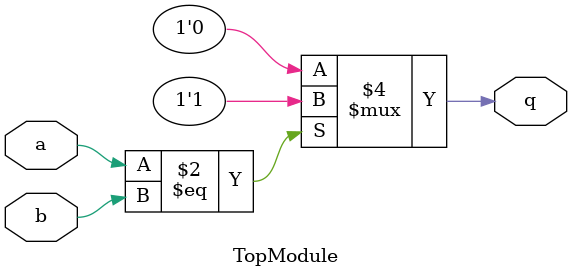
<source format=sv>

module TopModule (
  input a,
  input b,
  output q
);
always @* begin
    if (a == b)
        q = 1'b1;
    else
        q = 1'b0;
end
endmodule

</source>
